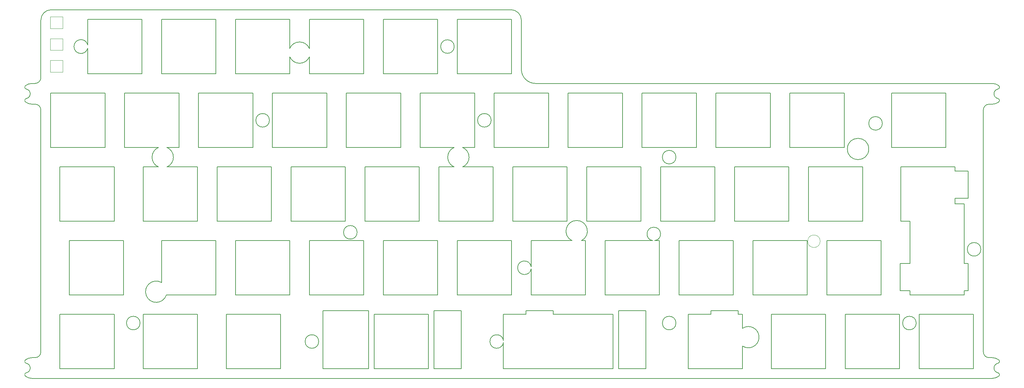
<source format=gbr>
G04 #@! TF.GenerationSoftware,KiCad,Pcbnew,(7.0.0)*
G04 #@! TF.CreationDate,2023-10-27T13:42:42+02:00*
G04 #@! TF.ProjectId,V4N plate,56344e20-706c-4617-9465-2e6b69636164,rev?*
G04 #@! TF.SameCoordinates,Original*
G04 #@! TF.FileFunction,Profile,NP*
%FSLAX46Y46*%
G04 Gerber Fmt 4.6, Leading zero omitted, Abs format (unit mm)*
G04 Created by KiCad (PCBNEW (7.0.0)) date 2023-10-27 13:42:42*
%MOMM*%
%LPD*%
G01*
G04 APERTURE LIST*
G04 #@! TA.AperFunction,Profile*
%ADD10C,0.200000*%
G04 #@! TD*
G04 #@! TA.AperFunction,Profile*
%ADD11C,0.100000*%
G04 #@! TD*
G04 APERTURE END LIST*
D10*
X153337500Y-72381250D02*
X153337917Y-79077354D01*
X153337917Y-79077354D02*
G75*
G03*
X153339199Y-79665089I-1731667J-297646D01*
G01*
D11*
X29368749Y-20168466D02*
X32650571Y-20168466D01*
X32650571Y-20168466D02*
X32650571Y-23176536D01*
X32650571Y-23176536D02*
X29368749Y-23176536D01*
X29368749Y-23176536D02*
X29368749Y-20168466D01*
D10*
X124475000Y-67331250D02*
X110475000Y-67331250D01*
X129237500Y-15231250D02*
X129237500Y-29231250D01*
X88756250Y-91431250D02*
X88756250Y-105431250D01*
X205725000Y-67331250D02*
X205725000Y-53331250D01*
X167337500Y-72381250D02*
X166274524Y-72381250D01*
X273632464Y-104055011D02*
G75*
G03*
X273842447Y-103169854I-97064J490511D01*
G01*
X25487500Y-102606250D02*
X24662500Y-102606250D01*
X234012500Y-34281250D02*
X234012500Y-48281250D01*
X25487500Y-31756250D02*
G75*
G03*
X26987500Y-30256250I0J1500000D01*
G01*
X157812500Y-34281250D02*
X157812500Y-48281250D01*
X110475000Y-67331250D02*
X110475000Y-53331250D01*
X207818750Y-105431250D02*
X207818750Y-99607592D01*
X273842441Y-32319862D02*
G75*
G03*
X272200000Y-31756250I-1642441J-2111338D01*
G01*
X220012500Y-48281250D02*
X220012500Y-34281250D01*
X264968750Y-76856250D02*
X264968750Y-72381250D01*
X175919250Y-90431250D02*
X182919250Y-90431250D01*
X264968750Y-86381250D02*
X264968750Y-85294250D01*
X210487500Y-86381250D02*
X224487500Y-86381250D01*
X250968750Y-72381250D02*
X250968750Y-76856250D01*
X124762500Y-48281250D02*
X133499223Y-48281250D01*
X273842443Y-107392640D02*
G75*
G03*
X273632463Y-106507495I-307043J394640D01*
G01*
X264968750Y-72381250D02*
X264968750Y-62856250D01*
X181625000Y-67331250D02*
X167625000Y-67331250D01*
X146188843Y-98130496D02*
X146193750Y-91431250D01*
X29662500Y-12706250D02*
G75*
G03*
X26987500Y-15381250I0J-2675000D01*
G01*
X184686172Y-72371568D02*
X172387500Y-72381250D01*
X124475000Y-53331250D02*
X124475000Y-67331250D01*
X67325000Y-91431250D02*
X67325000Y-105431250D01*
X100662500Y-48281250D02*
X86662500Y-48281250D01*
X148287500Y-15231250D02*
X148287500Y-29231250D01*
X199693750Y-90431250D02*
X206693750Y-90431250D01*
X229250000Y-91431250D02*
X229250000Y-105431250D01*
X162862500Y-48281250D02*
X162862500Y-34281250D01*
X182919250Y-90431250D02*
X182919250Y-105431250D01*
X174481250Y-91431250D02*
X174481250Y-105431250D01*
X146193750Y-105431250D02*
X146197378Y-98664144D01*
X72375000Y-67331250D02*
X72375000Y-53331250D01*
X110187500Y-86381250D02*
X110187500Y-72381250D01*
X31893750Y-105431250D02*
X31893750Y-91431250D01*
X190662500Y-93662500D02*
G75*
G03*
X190662500Y-93662500I-1750000J0D01*
G01*
X269243750Y-74612500D02*
G75*
G03*
X269243750Y-74612500I-1750000J0D01*
G01*
X220012500Y-34281250D02*
X234012500Y-34281250D01*
X45893750Y-91431250D02*
X45893750Y-105431250D01*
X34275000Y-72381250D02*
X34275000Y-86381250D01*
X134287500Y-72381250D02*
X134287500Y-86381250D01*
X166274524Y-72381249D02*
G75*
G03*
X163875066Y-72381249I-1199729J2474499D01*
G01*
X260206250Y-34281250D02*
X260206250Y-48281250D01*
X200675000Y-67331250D02*
X186675000Y-67331250D01*
X238775000Y-67331250D02*
X224775000Y-67331250D01*
X224775000Y-67331250D02*
X224775000Y-53331250D01*
X234300000Y-91431250D02*
X248300000Y-91431250D01*
X186675000Y-53331250D02*
X200675000Y-53331250D01*
X206693750Y-91431250D02*
X207818750Y-91431250D01*
X224487500Y-86381250D02*
X224487500Y-72381250D01*
X157812500Y-48281250D02*
X143812500Y-48281250D01*
X172387500Y-72381250D02*
X172387500Y-86381250D01*
X48275000Y-72381250D02*
X34275000Y-72381250D01*
X129237500Y-72381250D02*
X115237500Y-72381250D01*
X273842443Y-36542640D02*
G75*
G03*
X273632463Y-35657495I-307043J394640D01*
G01*
X272200000Y-31756250D02*
X154487500Y-31756250D01*
X115237500Y-29231250D02*
X115237500Y-15231250D01*
X23020059Y-107392638D02*
G75*
G03*
X24662500Y-107956250I1642441J2111338D01*
G01*
X25487500Y-31756250D02*
X24662500Y-31756250D01*
X167625000Y-53331250D02*
X181625000Y-53331250D01*
X234300000Y-105431250D02*
X234300000Y-91431250D01*
X163875066Y-72381250D02*
X153337500Y-72381250D01*
X271375000Y-37106300D02*
G75*
G03*
X269875000Y-38606250I0J-1500000D01*
G01*
X24662500Y-37106250D02*
X25487500Y-37106250D01*
X110187500Y-15231250D02*
X110187500Y-29231250D01*
X214962500Y-34281250D02*
X214962500Y-48281250D01*
X135675780Y-48281250D02*
X138762500Y-48281250D01*
X91137500Y-86381250D02*
X91137500Y-72381250D01*
X91135248Y-24880492D02*
G75*
G03*
X96185253Y-24882807I2525502J1088282D01*
G01*
X176862500Y-48281250D02*
X162862500Y-48281250D01*
X111418250Y-105431250D02*
X99693750Y-105431250D01*
X143525000Y-53331250D02*
X135678098Y-53331250D01*
X53037500Y-15231250D02*
X53037500Y-29231250D01*
X96187500Y-15231250D02*
X96171559Y-22699851D01*
X77137500Y-72381250D02*
X77137500Y-86381250D01*
X148287500Y-29231250D02*
X134287500Y-29231250D01*
X24662500Y-31756240D02*
G75*
G03*
X23020053Y-32319854I0J-2674960D01*
G01*
X31893750Y-53331250D02*
X45893750Y-53331250D01*
X146188842Y-98130496D02*
G75*
G03*
X146197377Y-98664144I-1726342J-294504D01*
G01*
X260206250Y-48281250D02*
X246206250Y-48281250D01*
X129525000Y-53331250D02*
X129525000Y-67331250D01*
X269875000Y-101106250D02*
X269875000Y-38606250D01*
X214962500Y-48281250D02*
X200962500Y-48281250D01*
X67612500Y-48281250D02*
X67612500Y-34281250D01*
X246206250Y-48281250D02*
X246206250Y-34281250D01*
X74756250Y-105431250D02*
X74756250Y-91431250D01*
X77137500Y-86381250D02*
X91137500Y-86381250D01*
X96187500Y-72381250D02*
X96187500Y-86381250D01*
X34275000Y-86381250D02*
X48275000Y-86381250D01*
X273842441Y-103169862D02*
G75*
G03*
X272200000Y-102606250I-1642441J-2111338D01*
G01*
X43512500Y-34281250D02*
X43512500Y-48281250D01*
X100662500Y-34281250D02*
X100662500Y-48281250D01*
X150812450Y-15381250D02*
G75*
G03*
X148137500Y-12706250I-2674950J50D01*
G01*
X91137500Y-29231250D02*
X77137500Y-29231250D01*
X224487500Y-72381250D02*
X210487500Y-72381250D01*
X39037500Y-29231250D02*
X39038746Y-22676493D01*
X74756250Y-91431250D02*
X88756250Y-91431250D01*
X148575000Y-53331250D02*
X162575000Y-53331250D01*
X96171560Y-22699851D02*
G75*
G03*
X91121560Y-22702169I-2524500J-1090599D01*
G01*
X253350000Y-105431250D02*
X253350000Y-91431250D01*
X72087500Y-15231250D02*
X72087500Y-29231250D01*
X186387500Y-72381250D02*
X185156467Y-72377663D01*
X105712500Y-48281250D02*
X105712500Y-34281250D01*
X126856250Y-91431250D02*
X126856250Y-105431250D01*
X238775000Y-53331250D02*
X238775000Y-67331250D01*
X48562500Y-48281250D02*
X48562500Y-34281250D01*
X105712500Y-34281250D02*
X119712500Y-34281250D01*
X152043250Y-90431250D02*
X159043250Y-90431250D01*
X77137500Y-29231250D02*
X77137500Y-15231250D01*
X119712500Y-48281250D02*
X105712500Y-48281250D01*
X31893750Y-67331250D02*
X31893750Y-53331250D01*
X86375000Y-67331250D02*
X72375000Y-67331250D01*
X191437500Y-72381250D02*
X191437500Y-86381250D01*
X39039239Y-21775404D02*
X39037500Y-15231250D01*
X98587500Y-98425000D02*
G75*
G03*
X98587500Y-98425000I-1750000J0D01*
G01*
X253350000Y-91431250D02*
X267350000Y-91431250D01*
X126856250Y-105431250D02*
X112856250Y-105431250D01*
X148575000Y-67331250D02*
X148575000Y-53331250D01*
X143812500Y-34281250D02*
X157812500Y-34281250D01*
X81612500Y-48281250D02*
X67612500Y-48281250D01*
X53325000Y-105431250D02*
X53325000Y-91431250D01*
X112856250Y-105431250D02*
X112856250Y-91431250D01*
X53325000Y-67331250D02*
X53325000Y-53331250D01*
X124762500Y-48281250D02*
X124762500Y-34281250D01*
X264968750Y-62856250D02*
X262587500Y-62856250D01*
X248300000Y-91431250D02*
X248300000Y-105431250D01*
X24662500Y-102606240D02*
G75*
G03*
X23020053Y-103169854I0J-2674960D01*
G01*
X265968750Y-78294250D02*
X264968750Y-78294250D01*
X229537500Y-86381250D02*
X243537500Y-86381250D01*
X246206250Y-34281250D02*
X260206250Y-34281250D01*
X150812500Y-28081250D02*
X150812500Y-15381250D01*
X134287500Y-29231250D02*
X134287500Y-15231250D01*
X152043250Y-91431250D02*
X152043250Y-90431250D01*
X72087500Y-29231250D02*
X58087500Y-29231250D01*
X264968750Y-78294250D02*
X264968750Y-76856250D01*
X111418250Y-90431250D02*
X111418250Y-105431250D01*
X99693750Y-90431250D02*
X111418250Y-90431250D01*
X110187500Y-72381250D02*
X96187500Y-72381250D01*
X250968750Y-76856250D02*
X250971229Y-78262205D01*
X96185253Y-24882807D02*
X96187500Y-29231250D01*
X219725000Y-67331250D02*
X205725000Y-67331250D01*
X91425000Y-67331250D02*
X91425000Y-53331250D01*
X23230037Y-106507495D02*
G75*
G03*
X23230037Y-104055005I-242537J1226245D01*
G01*
X205437500Y-86381250D02*
X205437500Y-72381250D01*
X23230037Y-35657495D02*
G75*
G03*
X23230037Y-33205005I-242537J1226245D01*
G01*
X85887500Y-41275000D02*
G75*
G03*
X85887500Y-41275000I-1750000J0D01*
G01*
X264968750Y-85294250D02*
X265968750Y-85294250D01*
X206693750Y-91431250D02*
X206693750Y-90431250D01*
X265968750Y-85294250D02*
X265968750Y-78294250D01*
X53325000Y-91431250D02*
X67325000Y-91431250D01*
X243537500Y-86381250D02*
X243537500Y-72381250D01*
X23020057Y-32319860D02*
G75*
G03*
X23230037Y-33205005I307043J-394640D01*
G01*
X135294250Y-90431250D02*
X135294250Y-105431250D01*
X215250000Y-105431250D02*
X215250000Y-91431250D01*
X99693750Y-105431250D02*
X99693750Y-90431250D01*
X23020059Y-36542638D02*
G75*
G03*
X24662500Y-37106250I1642441J2111338D01*
G01*
X205437500Y-72381250D02*
X191437500Y-72381250D01*
X67325000Y-67331250D02*
X53325000Y-67331250D01*
X248443750Y-85256250D02*
X250971229Y-85262205D01*
X112856250Y-91431250D02*
X126856250Y-91431250D01*
X58083333Y-83177579D02*
G75*
G03*
X59341662Y-86383916I-1368163J-2387021D01*
G01*
X128294250Y-90431250D02*
X135294250Y-90431250D01*
X129237500Y-86381250D02*
X129237500Y-72381250D01*
X153339199Y-79665089D02*
X153337500Y-86381250D01*
X162575000Y-67331250D02*
X148575000Y-67331250D01*
X262587500Y-62856250D02*
X262587500Y-61418250D01*
X108485258Y-70217525D02*
G75*
G03*
X108485258Y-70217525I-1750000J0D01*
G01*
X207818706Y-99607660D02*
G75*
G03*
X207818751Y-95005711I1506094J2300960D01*
G01*
X265968750Y-61418250D02*
X265968750Y-54418250D01*
X24662500Y-107956250D02*
X272200000Y-107956250D01*
X162862500Y-34281250D02*
X176862500Y-34281250D01*
X67325000Y-53331250D02*
X67325000Y-67331250D01*
X59478098Y-53331249D02*
G75*
G03*
X59475780Y-48281251I-1090598J2524499D01*
G01*
X96187500Y-86381250D02*
X110187500Y-86381250D01*
X272200000Y-37106260D02*
G75*
G03*
X273842447Y-36542646I0J2674960D01*
G01*
X162575000Y-53331250D02*
X162575000Y-67331250D01*
X146193750Y-91431250D02*
X152043250Y-91431250D01*
X159043250Y-90431250D02*
X159043250Y-91431250D01*
X185156467Y-72377662D02*
G75*
G03*
X184686172Y-72371567I-212717J1733912D01*
G01*
X148287500Y-72381250D02*
X134287500Y-72381250D01*
X199693750Y-91431250D02*
X193818750Y-91431250D01*
X143812500Y-48281250D02*
X143812500Y-34281250D01*
X23230044Y-35657530D02*
G75*
G03*
X23020054Y-36542645I96956J-490470D01*
G01*
X29512500Y-34281250D02*
X43512500Y-34281250D01*
X138762500Y-34281250D02*
X138762500Y-48281250D01*
X153337500Y-86381250D02*
X167337500Y-86381250D01*
X88756250Y-105431250D02*
X74756250Y-105431250D01*
X110475000Y-53331250D02*
X124475000Y-53331250D01*
X59341663Y-86383916D02*
X72087500Y-86381250D01*
X134287500Y-86381250D02*
X148287500Y-86381250D01*
D11*
X29374428Y-25800966D02*
X32650572Y-25800966D01*
X32650572Y-25800966D02*
X32650572Y-28809036D01*
X32650572Y-28809036D02*
X29374428Y-28809036D01*
X29374428Y-28809036D02*
X29374428Y-25800966D01*
D10*
X135294250Y-105431250D02*
X128294250Y-105431250D01*
X190662500Y-50800000D02*
G75*
G03*
X190662500Y-50800000I-1750000J0D01*
G01*
X248587500Y-67331250D02*
X250968750Y-67331250D01*
X186387500Y-86381250D02*
X186387500Y-72381250D01*
X72087500Y-86381250D02*
X72087500Y-72381250D01*
X210487500Y-72381250D02*
X210487500Y-86381250D01*
X195912500Y-48281250D02*
X181912500Y-48281250D01*
X248443750Y-78256250D02*
X248443750Y-85256250D01*
X86375000Y-53331250D02*
X86375000Y-67331250D01*
X224775000Y-53331250D02*
X238775000Y-53331250D01*
X193818750Y-105431250D02*
X207818750Y-105431250D01*
X96187500Y-15231250D02*
X110187500Y-15231250D01*
X229250000Y-105431250D02*
X215250000Y-105431250D01*
X250971229Y-85262205D02*
X250968750Y-86381250D01*
X43512500Y-48281250D02*
X29512500Y-48281250D01*
X124762500Y-34281250D02*
X138762500Y-34281250D01*
X134287500Y-15231250D02*
X148287500Y-15231250D01*
X57296906Y-53331250D02*
X53325000Y-53331250D01*
X133499223Y-48281250D02*
G75*
G03*
X133496906Y-53331250I1088277J-2525500D01*
G01*
X182919250Y-105431250D02*
X175919250Y-105431250D01*
X25487500Y-102606250D02*
G75*
G03*
X26987500Y-101106250I0J1500000D01*
G01*
X252575000Y-93662500D02*
G75*
G03*
X252575000Y-93662500I-1750000J0D01*
G01*
X234012500Y-48281250D02*
X220012500Y-48281250D01*
X67325000Y-53331250D02*
X59478098Y-53331250D01*
X133512500Y-22225000D02*
G75*
G03*
X133512500Y-22225000I-1750000J0D01*
G01*
X72087500Y-72381250D02*
X58087500Y-72381250D01*
X240335488Y-48687944D02*
G75*
G03*
X240335488Y-48687944I-2750000J0D01*
G01*
X45893750Y-67331250D02*
X31893750Y-67331250D01*
X267350000Y-91431250D02*
X267350000Y-105431250D01*
X248300000Y-105431250D02*
X234300000Y-105431250D01*
X148137500Y-12706250D02*
X29662500Y-12706250D01*
X269874950Y-101106250D02*
G75*
G03*
X271375000Y-102606250I1500050J50D01*
G01*
X200962500Y-34281250D02*
X214962500Y-34281250D01*
X26987550Y-38606250D02*
G75*
G03*
X25487500Y-37106250I-1500050J-50D01*
G01*
X115237500Y-72381250D02*
X115237500Y-86381250D01*
X262587500Y-53331250D02*
X248587500Y-53331250D01*
X26987500Y-15381250D02*
X26987500Y-30256250D01*
X23230044Y-106507530D02*
G75*
G03*
X23020054Y-107392645I96956J-490470D01*
G01*
X273632444Y-104054909D02*
G75*
G03*
X273632463Y-106507495I242556J-1226291D01*
G01*
X58087500Y-72381250D02*
X58083332Y-83177581D01*
X181625000Y-53331250D02*
X181625000Y-67331250D01*
X207818750Y-95005710D02*
X207818750Y-91431250D01*
D11*
X227832938Y-72523707D02*
G75*
G03*
X227832938Y-72523707I-1614188J0D01*
G01*
D10*
X23020057Y-103169860D02*
G75*
G03*
X23230037Y-104055005I307043J-394640D01*
G01*
X215250000Y-91431250D02*
X229250000Y-91431250D01*
X31893750Y-91431250D02*
X45893750Y-91431250D01*
X58087500Y-29231250D02*
X58087500Y-15231250D01*
X128294250Y-105431250D02*
X128294250Y-90431250D01*
X48562500Y-34281250D02*
X62562500Y-34281250D01*
X167337500Y-86381250D02*
X167337500Y-72381250D01*
X200675000Y-53331250D02*
X200675000Y-67331250D01*
X58087500Y-15231250D02*
X72087500Y-15231250D01*
X143037500Y-41275000D02*
G75*
G03*
X143037500Y-41275000I-1750000J0D01*
G01*
X248587500Y-53331250D02*
X248587500Y-67331250D01*
X243537500Y-72381250D02*
X229537500Y-72381250D01*
X39039238Y-21775404D02*
G75*
G03*
X39038745Y-22676493I-1732988J-449596D01*
G01*
X115237500Y-15231250D02*
X129237500Y-15231250D01*
X91137500Y-29231250D02*
X91135253Y-24880490D01*
X186675000Y-67331250D02*
X186675000Y-53331250D01*
X110187500Y-29231250D02*
X96187500Y-29231250D01*
X265968750Y-54418250D02*
X262587500Y-54418250D01*
X248443750Y-78256250D02*
X250971229Y-78262205D01*
X91121559Y-22702169D02*
X91137500Y-15231250D01*
X135678098Y-53331249D02*
G75*
G03*
X135675780Y-48281251I-1090598J2524499D01*
G01*
X193818750Y-105431250D02*
X193818750Y-91431250D01*
X105425000Y-53331250D02*
X105425000Y-67331250D01*
X81612500Y-34281250D02*
X81612500Y-48281250D01*
X57299223Y-48281250D02*
G75*
G03*
X57296906Y-53331250I1088277J-2525500D01*
G01*
X191437500Y-86381250D02*
X205437500Y-86381250D01*
X271375000Y-37106250D02*
X272200000Y-37106250D01*
X86662500Y-48281250D02*
X86662500Y-34281250D01*
X119712500Y-34281250D02*
X119712500Y-48281250D01*
X250968750Y-86381250D02*
X264968750Y-86381250D01*
X262587500Y-54418250D02*
X262587500Y-53331250D01*
X181912500Y-34281250D02*
X195912500Y-34281250D01*
X59475780Y-48281250D02*
X62562500Y-48281250D01*
X195912500Y-34281250D02*
X195912500Y-48281250D01*
X176862500Y-34281250D02*
X176862500Y-48281250D01*
X91425000Y-53331250D02*
X105425000Y-53331250D01*
X200962500Y-48281250D02*
X200962500Y-34281250D01*
X159043250Y-91431250D02*
X174481250Y-91431250D01*
X91137500Y-72381250D02*
X77137500Y-72381250D01*
X273632464Y-33205011D02*
G75*
G03*
X273842447Y-32319854I-97064J490511D01*
G01*
X67325000Y-105431250D02*
X53325000Y-105431250D01*
X250968750Y-67331250D02*
X250968750Y-72381250D01*
X86662500Y-34281250D02*
X100662500Y-34281250D01*
X39037500Y-15231250D02*
X53037500Y-15231250D01*
X48562500Y-48281250D02*
X57299223Y-48281250D01*
X133496906Y-53331250D02*
X129525000Y-53331250D01*
X53037500Y-29231250D02*
X39037500Y-29231250D01*
X67612500Y-34281250D02*
X81612500Y-34281250D01*
X129237500Y-29231250D02*
X115237500Y-29231250D01*
X272200000Y-107956260D02*
G75*
G03*
X273842447Y-107392646I0J2674960D01*
G01*
X167625000Y-67331250D02*
X167625000Y-53331250D01*
X181912500Y-48281250D02*
X181912500Y-34281250D01*
X48275000Y-86381250D02*
X48275000Y-72381250D01*
X199693750Y-90431250D02*
X199693750Y-91431250D01*
X72375000Y-53331250D02*
X86375000Y-53331250D01*
X205725000Y-53331250D02*
X219725000Y-53331250D01*
X45893750Y-105431250D02*
X31893750Y-105431250D01*
X143525000Y-53331250D02*
X143525000Y-67331250D01*
X229537500Y-72381250D02*
X229537500Y-86381250D01*
X172387500Y-86381250D02*
X186387500Y-86381250D01*
X243843750Y-42068750D02*
G75*
G03*
X243843750Y-42068750I-1750000J0D01*
G01*
X219725000Y-53331250D02*
X219725000Y-67331250D01*
X77137500Y-15231250D02*
X91137500Y-15231250D01*
X267350000Y-105431250D02*
X253350000Y-105431250D01*
D11*
X29374428Y-14535966D02*
X32650569Y-14535966D01*
X32650569Y-14535966D02*
X32650569Y-17544036D01*
X32650569Y-17544036D02*
X29374428Y-17544036D01*
X29374428Y-17544036D02*
X29374428Y-14535966D01*
D10*
X262587500Y-61418250D02*
X265968750Y-61418250D01*
X29512500Y-48281250D02*
X29512500Y-34281250D01*
X62562500Y-34281250D02*
X62562500Y-48281250D01*
X150812450Y-28081250D02*
G75*
G03*
X154487500Y-31756250I3675050J50D01*
G01*
X174481250Y-105431250D02*
X146193750Y-105431250D01*
X52550000Y-93662500D02*
G75*
G03*
X52550000Y-93662500I-1750000J0D01*
G01*
X115237500Y-86381250D02*
X129237500Y-86381250D01*
X148287500Y-86381250D02*
X148287500Y-72381250D01*
X45893750Y-53331250D02*
X45893750Y-67331250D01*
X143525000Y-67331250D02*
X129525000Y-67331250D01*
X105425000Y-67331250D02*
X91425000Y-67331250D01*
X273632444Y-33204909D02*
G75*
G03*
X273632463Y-35657495I242556J-1226291D01*
G01*
X26987500Y-38606250D02*
X26987500Y-101106250D01*
X272200000Y-102606250D02*
X271375000Y-102606250D01*
X175919250Y-105431250D02*
X175919250Y-90431250D01*
M02*

</source>
